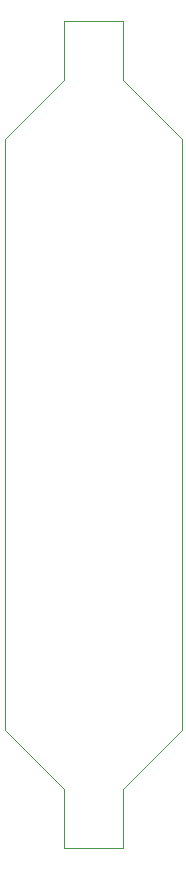
<source format=gbr>
%TF.GenerationSoftware,KiCad,Pcbnew,5.1.6-c6e7f7d~87~ubuntu18.04.1*%
%TF.CreationDate,2020-09-02T23:38:36+02:00*%
%TF.ProjectId,7segment,37736567-6d65-46e7-942e-6b696361645f,rev?*%
%TF.SameCoordinates,Original*%
%TF.FileFunction,Profile,NP*%
%FSLAX46Y46*%
G04 Gerber Fmt 4.6, Leading zero omitted, Abs format (unit mm)*
G04 Created by KiCad (PCBNEW 5.1.6-c6e7f7d~87~ubuntu18.04.1) date 2020-09-02 23:38:36*
%MOMM*%
%LPD*%
G01*
G04 APERTURE LIST*
%TA.AperFunction,Profile*%
%ADD10C,0.050000*%
%TD*%
G04 APERTURE END LIST*
D10*
X145000000Y-25000000D02*
X145000000Y-30000000D01*
X140000000Y-25000000D02*
X145000000Y-25000000D01*
X140000000Y-30000000D02*
X140000000Y-25000000D01*
X135000000Y-35000000D02*
X140000000Y-30000000D01*
X135000000Y-85000000D02*
X135000000Y-35000000D01*
X140000000Y-90000000D02*
X135000000Y-85000000D01*
X140000000Y-95000000D02*
X140000000Y-90000000D01*
X145000000Y-95000000D02*
X140000000Y-95000000D01*
X145000000Y-90000000D02*
X145000000Y-95000000D01*
X150000000Y-85000000D02*
X145000000Y-90000000D01*
X150000000Y-35000000D02*
X150000000Y-85000000D01*
X145000000Y-30000000D02*
X150000000Y-35000000D01*
M02*

</source>
